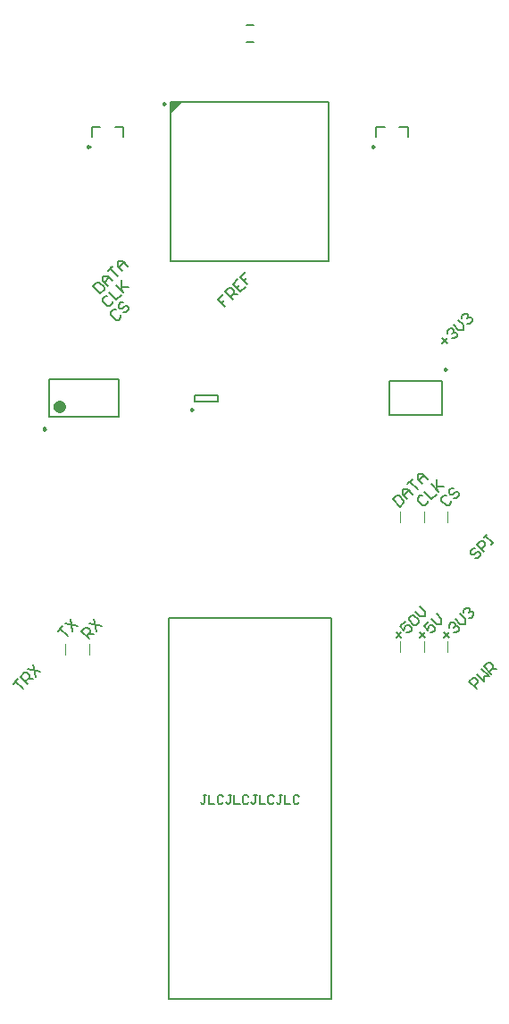
<source format=gto>
G04*
G04 #@! TF.GenerationSoftware,Altium Limited,Altium Designer,23.11.1 (41)*
G04*
G04 Layer_Color=65535*
%FSLAX25Y25*%
%MOIN*%
G70*
G04*
G04 #@! TF.SameCoordinates,CB1B34B6-0843-45E9-8427-EF7A7B179012*
G04*
G04*
G04 #@! TF.FilePolarity,Positive*
G04*
G01*
G75*
%ADD10C,0.00984*%
%ADD11C,0.02362*%
%ADD12C,0.00787*%
%ADD13C,0.00394*%
%ADD14C,0.00787*%
%ADD15C,0.00610*%
%ADD16C,0.00591*%
G36*
X-25591Y110236D02*
X-29528Y106299D01*
Y110236D01*
X-25591D01*
D02*
G37*
D10*
X73347Y10728D02*
X72608Y11155D01*
Y10302D01*
X73347Y10728D01*
X-21161Y-4331D02*
X-21900Y-3904D01*
Y-4757D01*
X-21161Y-4331D01*
X-76083Y-11516D02*
X-76821Y-11090D01*
Y-11942D01*
X-76083Y-11516D01*
X-31594Y109646D02*
X-32333Y110072D01*
Y109220D01*
X-31594Y109646D01*
X46555Y93701D02*
X45817Y94127D01*
Y93275D01*
X46555Y93701D01*
X-59744D02*
X-60482Y94127D01*
Y93275D01*
X-59744Y93701D01*
D11*
X-69882Y-3150D02*
X-70327Y-2226D01*
X-71326Y-1998D01*
X-72127Y-2637D01*
Y-3662D01*
X-71326Y-4301D01*
X-70327Y-4073D01*
X-69882Y-3150D01*
D12*
X-30315Y-223819D02*
X30315D01*
X-30315Y-82087D02*
X30315D01*
X-30315Y-223819D02*
Y-82087D01*
X30315Y-223819D02*
Y-82087D01*
D13*
X-68898Y-95472D02*
Y-91535D01*
X-60039Y-95472D02*
Y-91535D01*
X56102Y-46260D02*
Y-42323D01*
X64961Y-46260D02*
Y-42323D01*
X73819Y-46260D02*
Y-42323D01*
Y-94488D02*
Y-90551D01*
X64961Y-94488D02*
Y-90551D01*
X56102Y-94488D02*
Y-90551D01*
D14*
X52165Y6299D02*
X71850D01*
X52165Y-6299D02*
X71850D01*
Y6299D01*
X52165Y-6299D02*
Y6299D01*
X-20472Y-1181D02*
Y1181D01*
X-11811Y-1181D02*
Y1181D01*
X-20472Y-1181D02*
X-11811D01*
X-20472Y1181D02*
X-11811D01*
X-49016Y-7087D02*
Y7087D01*
X-75000Y-7087D02*
Y7087D01*
X-49016D01*
X-75000Y-7087D02*
X-49016D01*
X-29528Y51181D02*
X29528D01*
X-29528Y110236D02*
X29528D01*
Y51181D02*
Y110236D01*
X-29528Y51181D02*
Y110236D01*
Y106299D02*
X-25591Y110236D01*
X47244Y97244D02*
Y101181D01*
X50394D01*
X59055Y97244D02*
Y101181D01*
X55905D02*
X59055D01*
X-59055Y97244D02*
Y101181D01*
X-55905D01*
X-47244Y97244D02*
Y101181D01*
X-50394D02*
X-47244D01*
X-1378Y132677D02*
X1378D01*
X-1378Y138976D02*
X1378D01*
D15*
X-10077Y38666D02*
X-11932Y36811D01*
X-10541Y35419D01*
X-9613Y36347D01*
X-10541Y35419D01*
X-9149Y34028D01*
X-6366Y36811D02*
X-9149Y39594D01*
X-7758Y40986D01*
X-6830Y40986D01*
X-5903Y40058D01*
Y39130D01*
X-7294Y37739D01*
X-6366Y38666D02*
X-4511D01*
Y44232D02*
X-6366Y42377D01*
X-3583Y39594D01*
X-1728Y41449D01*
X-4975Y40986D02*
X-4047Y41913D01*
X-1728Y47015D02*
X-3583Y45160D01*
X-2192Y43769D01*
X-1264Y44696D01*
X-2192Y43769D01*
X-800Y42377D01*
X-58586Y41732D02*
X-55803Y38949D01*
X-54411Y40341D01*
Y41269D01*
X-56267Y43124D01*
X-57194D01*
X-58586Y41732D01*
X-53020D02*
X-54875Y43588D01*
X-54875Y45443D01*
X-53020Y45443D01*
X-51165Y43588D01*
X-52556Y44979D01*
X-54411Y43124D01*
X-53020Y47298D02*
X-51165Y49154D01*
X-52092Y48226D01*
X-49309Y45443D01*
X-47454Y47298D02*
X-49309Y49154D01*
Y51009D01*
X-47454D01*
X-45599Y49154D01*
X-46990Y50545D01*
X-48845Y48690D01*
X-53117Y38006D02*
X-54045D01*
X-54972Y37078D01*
Y36150D01*
X-53117Y34295D01*
X-52189D01*
X-51262Y35223D01*
Y36150D01*
X-52653Y39397D02*
X-49870Y36614D01*
X-48015Y38469D01*
X-49870Y42180D02*
X-47087Y39397D01*
X-48015Y40325D01*
X-48015Y44036D01*
X-48015Y41252D01*
X-45232D01*
X-49967Y32888D02*
X-50895D01*
X-51823Y31960D01*
Y31032D01*
X-49967Y29177D01*
X-49040D01*
X-48112Y30105D01*
Y31032D01*
X-47185Y35671D02*
X-48112Y35671D01*
X-49040Y34743D01*
Y33815D01*
X-48576Y33351D01*
X-47648Y33351D01*
X-46721Y34279D01*
X-45793Y34279D01*
X-45329Y33815D01*
Y32888D01*
X-46257Y31960D01*
X-47185D01*
X-88413Y-106590D02*
X-86558Y-104735D01*
X-87485Y-105663D01*
X-84702Y-108446D01*
X-82847Y-106590D02*
X-85630Y-103807D01*
X-84238Y-102416D01*
X-83311Y-102416D01*
X-82383Y-103343D01*
Y-104271D01*
X-83775Y-105663D01*
X-82847Y-104735D02*
X-80992D01*
X-82847Y-101024D02*
X-78209Y-101952D01*
X-80992Y-99169D02*
X-80064Y-103807D01*
X84646Y-108389D02*
X81863Y-105606D01*
X83254Y-104215D01*
X84182D01*
X85110Y-105142D01*
Y-106070D01*
X83718Y-107461D01*
X84646Y-102823D02*
X87429Y-105606D01*
Y-103751D01*
X89284D01*
X86501Y-100968D01*
X90212Y-102823D02*
X87429Y-100040D01*
X88820Y-98649D01*
X89748Y-98649D01*
X90675Y-99576D01*
X90675Y-100504D01*
X89284Y-101895D01*
X90212Y-100968D02*
X92067D01*
X53319Y-37693D02*
X56102Y-40476D01*
X57494Y-39084D01*
Y-38156D01*
X55638Y-36301D01*
X54711D01*
X53319Y-37693D01*
X58885D02*
X57030Y-35837D01*
X57030Y-33982D01*
X58885Y-33982D01*
X60741Y-35837D01*
X59349Y-34446D01*
X57494Y-36301D01*
X58885Y-32127D02*
X60741Y-30271D01*
X59813Y-31199D01*
X62596Y-33982D01*
X64451Y-32127D02*
X62596Y-30271D01*
Y-28416D01*
X64451D01*
X66307Y-30271D01*
X64915Y-28880D01*
X63060Y-30735D01*
X84182Y-55986D02*
X83254D01*
X82327Y-56914D01*
Y-57841D01*
X82790Y-58305D01*
X83718Y-58305D01*
X84646Y-57378D01*
X85573Y-57378D01*
X86037Y-57841D01*
Y-58769D01*
X85110Y-59697D01*
X84182D01*
X87429Y-57378D02*
X84646Y-54595D01*
X86037Y-53203D01*
X86965Y-53203D01*
X87893Y-54131D01*
Y-55058D01*
X86501Y-56450D01*
X87429Y-51812D02*
X88356Y-50884D01*
X87893Y-51348D01*
X90675Y-54131D01*
X90212Y-54595D01*
X91139Y-53667D01*
X-71681Y-86905D02*
X-69825Y-85050D01*
X-70753Y-85978D01*
X-67970Y-88761D01*
X-68898Y-84122D02*
X-64259Y-85050D01*
X-67042Y-82267D02*
X-66115Y-86905D01*
X-60039Y-89688D02*
X-62822Y-86905D01*
X-61431Y-85514D01*
X-60503D01*
X-59575Y-86441D01*
Y-87369D01*
X-60967Y-88761D01*
X-60039Y-87833D02*
X-58184D01*
X-60039Y-84122D02*
X-55401Y-85050D01*
X-58184Y-82267D02*
X-57256Y-86905D01*
X73355Y-36301D02*
X72427D01*
X71500Y-37229D01*
Y-38156D01*
X73355Y-40012D01*
X74283D01*
X75210Y-39084D01*
Y-38156D01*
X76138Y-33518D02*
X75210Y-33518D01*
X74283Y-34446D01*
Y-35373D01*
X74747Y-35837D01*
X75674Y-35837D01*
X76602Y-34910D01*
X77530Y-34910D01*
X77993Y-35373D01*
Y-36301D01*
X77066Y-37229D01*
X76138D01*
X64497Y-36301D02*
X63569D01*
X62642Y-37229D01*
Y-38156D01*
X64497Y-40012D01*
X65425D01*
X66352Y-39084D01*
Y-38156D01*
X64961Y-34910D02*
X67744Y-37693D01*
X69599Y-35837D01*
X67744Y-32127D02*
X70527Y-34910D01*
X69599Y-33982D01*
X69599Y-30271D01*
X69599Y-33054D01*
X72382D01*
X72427Y-89281D02*
X74283Y-87426D01*
X72427D02*
X74283Y-89281D01*
Y-85570D02*
Y-84643D01*
X75210Y-83715D01*
X76138Y-83715D01*
X76602Y-84179D01*
Y-85106D01*
X76138Y-85570D01*
X76602Y-85106D01*
X77530Y-85106D01*
X77993Y-85570D01*
Y-86498D01*
X77066Y-87426D01*
X76138D01*
X76602Y-82323D02*
X78457Y-84179D01*
X80313D01*
Y-82323D01*
X78457Y-80468D01*
X79849Y-80004D02*
Y-79077D01*
X80776Y-78149D01*
X81704Y-78149D01*
X82168Y-78613D01*
Y-79540D01*
X81704Y-80004D01*
X82168Y-79540D01*
X83096D01*
X83559Y-80004D01*
X83559Y-80932D01*
X82632Y-81860D01*
X81704D01*
X63569Y-89281D02*
X65425Y-87426D01*
X63569D02*
X65425Y-89281D01*
X66816Y-83251D02*
X64961Y-85106D01*
X66352Y-86498D01*
X66816Y-85106D01*
X67280Y-84643D01*
X68207D01*
X69135Y-85570D01*
Y-86498D01*
X68207Y-87426D01*
X67280D01*
X67744Y-82323D02*
X69599Y-84179D01*
X71454D01*
Y-82323D01*
X69599Y-80468D01*
X71815Y20343D02*
X73670Y22198D01*
X71815D02*
X73670Y20343D01*
Y24054D02*
Y24981D01*
X74598Y25909D01*
X75526Y25909D01*
X75990Y25445D01*
Y24517D01*
X75526Y24054D01*
X75990Y24517D01*
X76917Y24517D01*
X77381Y24054D01*
Y23126D01*
X76453Y22198D01*
X75526D01*
X75990Y27300D02*
X77845Y25445D01*
X79700D01*
Y27300D01*
X77845Y29156D01*
X79236Y29620D02*
Y30547D01*
X80164Y31475D01*
X81092Y31475D01*
X81555Y31011D01*
Y30083D01*
X81092Y29620D01*
X81555Y30083D01*
X82483D01*
X82947Y29620D01*
X82947Y28692D01*
X82019Y27764D01*
X81092D01*
X54711Y-89281D02*
X56566Y-87426D01*
X54711D02*
X56566Y-89281D01*
X57958Y-83251D02*
X56102Y-85106D01*
X57494Y-86498D01*
X57958Y-85106D01*
X58421Y-84643D01*
X59349D01*
X60277Y-85570D01*
Y-86498D01*
X59349Y-87426D01*
X58421D01*
X59349Y-82787D02*
Y-81860D01*
X60277Y-80932D01*
X61204Y-80932D01*
X63060Y-82787D01*
X63060Y-83715D01*
X62132Y-84643D01*
X61204D01*
X59349Y-82787D01*
X61668Y-79540D02*
X63524Y-81396D01*
X65379D01*
Y-79540D01*
X63524Y-77685D01*
D16*
X-16268Y-148032D02*
X-17317D01*
X-16793D01*
Y-150656D01*
X-17317Y-151181D01*
X-17842D01*
X-18367Y-150656D01*
X-15218Y-148032D02*
Y-151181D01*
X-13119D01*
X-9971Y-148557D02*
X-10495Y-148032D01*
X-11545D01*
X-12070Y-148557D01*
Y-150656D01*
X-11545Y-151181D01*
X-10495D01*
X-9971Y-150656D01*
X-6822Y-148032D02*
X-7871D01*
X-7347D01*
Y-150656D01*
X-7871Y-151181D01*
X-8396D01*
X-8921Y-150656D01*
X-5772Y-148032D02*
Y-151181D01*
X-3673D01*
X-525Y-148557D02*
X-1049Y-148032D01*
X-2099D01*
X-2624Y-148557D01*
Y-150656D01*
X-2099Y-151181D01*
X-1049D01*
X-525Y-150656D01*
X2624Y-148032D02*
X1574D01*
X2099D01*
Y-150656D01*
X1574Y-151181D01*
X1049D01*
X525Y-150656D01*
X3673Y-148032D02*
Y-151181D01*
X5772D01*
X8921Y-148557D02*
X8396Y-148032D01*
X7347D01*
X6822Y-148557D01*
Y-150656D01*
X7347Y-151181D01*
X8396D01*
X8921Y-150656D01*
X12070Y-148032D02*
X11020D01*
X11545D01*
Y-150656D01*
X11020Y-151181D01*
X10495D01*
X9971Y-150656D01*
X13119Y-148032D02*
Y-151181D01*
X15218D01*
X18367Y-148557D02*
X17842Y-148032D01*
X16793D01*
X16268Y-148557D01*
Y-150656D01*
X16793Y-151181D01*
X17842D01*
X18367Y-150656D01*
M02*

</source>
